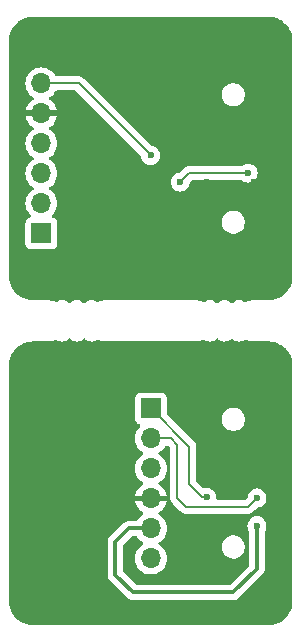
<source format=gbr>
%TF.GenerationSoftware,KiCad,Pcbnew,8.0.3*%
%TF.CreationDate,2024-07-26T09:17:15-04:00*%
%TF.ProjectId,touch_adaptor,746f7563-685f-4616-9461-70746f722e6b,rev?*%
%TF.SameCoordinates,Original*%
%TF.FileFunction,Copper,L2,Bot*%
%TF.FilePolarity,Positive*%
%FSLAX46Y46*%
G04 Gerber Fmt 4.6, Leading zero omitted, Abs format (unit mm)*
G04 Created by KiCad (PCBNEW 8.0.3) date 2024-07-26 09:17:15*
%MOMM*%
%LPD*%
G01*
G04 APERTURE LIST*
%TA.AperFunction,ComponentPad*%
%ADD10R,1.700000X1.700000*%
%TD*%
%TA.AperFunction,ComponentPad*%
%ADD11O,1.700000X1.700000*%
%TD*%
%TA.AperFunction,ViaPad*%
%ADD12C,0.600000*%
%TD*%
%TA.AperFunction,Conductor*%
%ADD13C,0.200000*%
%TD*%
%TA.AperFunction,Conductor*%
%ADD14C,0.300000*%
%TD*%
G04 APERTURE END LIST*
D10*
%TO.P,J5,1,Pin_1*%
%TO.N,unconnected-(J5-Pin_1-Pad1)*%
X103250000Y-66350000D03*
D11*
%TO.P,J5,2,Pin_2*%
%TO.N,SER_SDA*%
X103250000Y-63810000D03*
%TO.P,J5,3,Pin_3*%
%TO.N,SER_SCL*%
X103250000Y-61270000D03*
%TO.P,J5,4,Pin_4*%
%TO.N,SER_GPIO07*%
X103250000Y-58730000D03*
%TO.P,J5,5,Pin_5*%
%TO.N,GND*%
X103250000Y-56190000D03*
%TO.P,J5,6,Pin_6*%
%TO.N,SER_GPIO08*%
X103250000Y-53650000D03*
%TD*%
D10*
%TO.P,J2,1,Pin_1*%
%TO.N,DES_SCL*%
X112525000Y-81175000D03*
D11*
%TO.P,J2,2,Pin_2*%
%TO.N,DES_SDA*%
X112525000Y-83715000D03*
%TO.P,J2,3,Pin_3*%
%TO.N,DES_GPIO07*%
X112525000Y-86255000D03*
%TO.P,J2,4,Pin_4*%
%TO.N,GND*%
X112525000Y-88795000D03*
%TO.P,J2,5,Pin_5*%
%TO.N,DES_3V3*%
X112525000Y-91335000D03*
%TO.P,J2,6,Pin_6*%
%TO.N,DES_GPIO08*%
X112525000Y-93875000D03*
%TD*%
D12*
%TO.N,SER_GPIO08*%
X112500000Y-59750000D03*
%TO.N,SER_SDA*%
X115000000Y-62000000D03*
X120750000Y-61250000D03*
%TO.N,GND*%
X101250000Y-56250000D03*
X105250000Y-56250000D03*
X117250000Y-62000000D03*
X117250000Y-58750000D03*
X121000000Y-58750000D03*
X121250000Y-62000000D03*
X114250000Y-90000000D03*
X109250000Y-87750000D03*
X114250000Y-92500000D03*
X121500000Y-90000000D03*
X121000000Y-86250000D03*
X117500000Y-90500000D03*
X117500000Y-85750000D03*
X104750000Y-87750000D03*
X110500000Y-87750000D03*
%TO.N,DES_SDA*%
X121500000Y-88750000D03*
%TO.N,DES_SCL*%
X117250000Y-88700000D03*
%TO.N,DES_3V3*%
X121500000Y-91100000D03*
%TD*%
D13*
%TO.N,SER_GPIO08*%
X106400000Y-53650000D02*
X103250000Y-53650000D01*
X112500000Y-59750000D02*
X106400000Y-53650000D01*
%TO.N,SER_SDA*%
X115750000Y-61250000D02*
X115000000Y-62000000D01*
X120750000Y-61250000D02*
X115750000Y-61250000D01*
%TO.N,DES_SDA*%
X114750000Y-84250000D02*
X114750000Y-88750000D01*
X115500000Y-89500000D02*
X120750000Y-89500000D01*
X120750000Y-89500000D02*
X121500000Y-88750000D01*
X114215000Y-83715000D02*
X114750000Y-84250000D01*
X114750000Y-88750000D02*
X115500000Y-89500000D01*
X112525000Y-83715000D02*
X114215000Y-83715000D01*
%TO.N,DES_SCL*%
X115750000Y-84400000D02*
X112525000Y-81175000D01*
X115750000Y-87598529D02*
X115750000Y-84400000D01*
X116851471Y-88700000D02*
X115750000Y-87598529D01*
X117250000Y-88700000D02*
X116851471Y-88700000D01*
D14*
%TO.N,DES_3V3*%
X121500000Y-94750000D02*
X119500000Y-96750000D01*
X109500000Y-92500000D02*
X110665000Y-91335000D01*
X121500000Y-91100000D02*
X121500000Y-94750000D01*
X119500000Y-96750000D02*
X111000000Y-96750000D01*
X111000000Y-96750000D02*
X109500000Y-95250000D01*
X110665000Y-91335000D02*
X112525000Y-91335000D01*
X109500000Y-95250000D02*
X109500000Y-92500000D01*
%TD*%
%TA.AperFunction,Conductor*%
%TO.N,GND*%
G36*
X119418336Y-75245545D02*
G01*
X119462683Y-75274046D01*
X119529111Y-75340474D01*
X119529117Y-75340479D01*
X119672304Y-75430450D01*
X119672307Y-75430452D01*
X119672311Y-75430453D01*
X119672312Y-75430454D01*
X119672318Y-75430456D01*
X119831945Y-75486312D01*
X119999999Y-75505247D01*
X120000002Y-75505247D01*
X120000005Y-75505247D01*
X120168058Y-75486312D01*
X120168061Y-75486311D01*
X120327692Y-75430454D01*
X120434417Y-75363393D01*
X120501653Y-75344393D01*
X120551899Y-75355592D01*
X120595302Y-75375414D01*
X120636702Y-75394321D01*
X120636708Y-75394323D01*
X120839788Y-75453951D01*
X120876954Y-75464864D01*
X121124802Y-75500500D01*
X121184108Y-75500500D01*
X122434108Y-75500500D01*
X122495933Y-75500500D01*
X122504043Y-75500765D01*
X122752895Y-75517075D01*
X122768953Y-75519190D01*
X122976105Y-75560395D01*
X123009535Y-75567045D01*
X123025202Y-75571243D01*
X123194947Y-75628863D01*
X123257481Y-75650091D01*
X123272458Y-75656294D01*
X123481799Y-75759529D01*
X123492460Y-75764787D01*
X123506508Y-75772897D01*
X123710464Y-75909177D01*
X123723328Y-75919048D01*
X123907749Y-76080781D01*
X123919218Y-76092250D01*
X124080951Y-76276671D01*
X124090825Y-76289539D01*
X124227102Y-76493492D01*
X124235212Y-76507539D01*
X124343702Y-76727534D01*
X124349909Y-76742520D01*
X124428756Y-76974797D01*
X124432954Y-76990464D01*
X124480807Y-77231035D01*
X124482925Y-77247116D01*
X124499235Y-77495956D01*
X124499500Y-77504066D01*
X124499500Y-97495930D01*
X124499235Y-97504040D01*
X124482925Y-97752883D01*
X124480807Y-97768964D01*
X124432954Y-98009535D01*
X124428756Y-98025202D01*
X124349909Y-98257479D01*
X124343702Y-98272465D01*
X124235212Y-98492460D01*
X124227102Y-98506507D01*
X124090825Y-98710460D01*
X124080951Y-98723328D01*
X123919218Y-98907749D01*
X123907749Y-98919218D01*
X123723328Y-99080951D01*
X123710460Y-99090825D01*
X123506507Y-99227102D01*
X123492460Y-99235212D01*
X123272465Y-99343702D01*
X123257479Y-99349909D01*
X123025202Y-99428756D01*
X123009535Y-99432954D01*
X122768964Y-99480807D01*
X122752883Y-99482925D01*
X122504043Y-99499235D01*
X122495933Y-99499500D01*
X102504067Y-99499500D01*
X102495957Y-99499235D01*
X102247116Y-99482925D01*
X102231035Y-99480807D01*
X101990464Y-99432954D01*
X101974797Y-99428756D01*
X101742520Y-99349909D01*
X101727534Y-99343702D01*
X101507539Y-99235212D01*
X101493492Y-99227102D01*
X101289539Y-99090825D01*
X101276671Y-99080951D01*
X101092250Y-98919218D01*
X101080781Y-98907749D01*
X100919048Y-98723328D01*
X100909174Y-98710460D01*
X100772897Y-98506507D01*
X100764787Y-98492460D01*
X100658855Y-98277652D01*
X100656294Y-98272458D01*
X100650090Y-98257479D01*
X100571243Y-98025202D01*
X100567045Y-98009535D01*
X100559186Y-97970026D01*
X100519190Y-97768953D01*
X100517075Y-97752893D01*
X100500765Y-97504039D01*
X100500500Y-97495930D01*
X100500500Y-92435928D01*
X108849500Y-92435928D01*
X108849500Y-95314070D01*
X108861720Y-95375500D01*
X108861720Y-95375502D01*
X108874497Y-95439736D01*
X108874499Y-95439744D01*
X108923534Y-95558125D01*
X108994726Y-95664673D01*
X110585327Y-97255274D01*
X110662462Y-97306814D01*
X110662463Y-97306814D01*
X110672311Y-97313394D01*
X110691872Y-97326465D01*
X110740908Y-97346776D01*
X110810256Y-97375501D01*
X110810260Y-97375501D01*
X110810261Y-97375502D01*
X110935928Y-97400500D01*
X110935931Y-97400500D01*
X119564071Y-97400500D01*
X119648615Y-97383682D01*
X119689744Y-97375501D01*
X119808127Y-97326465D01*
X119837537Y-97306814D01*
X119914669Y-97255277D01*
X122005276Y-95164669D01*
X122076465Y-95058127D01*
X122125501Y-94939744D01*
X122145928Y-94837051D01*
X122145929Y-94837047D01*
X122150500Y-94814073D01*
X122150500Y-91605067D01*
X122169507Y-91539094D01*
X122225788Y-91449524D01*
X122285368Y-91279254D01*
X122285369Y-91279249D01*
X122305565Y-91100003D01*
X122305565Y-91099996D01*
X122285369Y-90920750D01*
X122285368Y-90920745D01*
X122225788Y-90750476D01*
X122129815Y-90597737D01*
X122002262Y-90470184D01*
X121849523Y-90374211D01*
X121679254Y-90314631D01*
X121679249Y-90314630D01*
X121500004Y-90294435D01*
X121499996Y-90294435D01*
X121320750Y-90314630D01*
X121320745Y-90314631D01*
X121150476Y-90374211D01*
X120997737Y-90470184D01*
X120870184Y-90597737D01*
X120774211Y-90750476D01*
X120714631Y-90920745D01*
X120714630Y-90920750D01*
X120694435Y-91099996D01*
X120694435Y-91100003D01*
X120714630Y-91279249D01*
X120714631Y-91279254D01*
X120774211Y-91449524D01*
X120830493Y-91539094D01*
X120849500Y-91605067D01*
X120849500Y-94429192D01*
X120829815Y-94496231D01*
X120813181Y-94516873D01*
X119266873Y-96063181D01*
X119205550Y-96096666D01*
X119179192Y-96099500D01*
X111320808Y-96099500D01*
X111253769Y-96079815D01*
X111233127Y-96063181D01*
X110186819Y-95016873D01*
X110153334Y-94955550D01*
X110150500Y-94929192D01*
X110150500Y-92820808D01*
X110170185Y-92753769D01*
X110186819Y-92733127D01*
X110898127Y-92021819D01*
X110959450Y-91988334D01*
X110985808Y-91985500D01*
X111267278Y-91985500D01*
X111334317Y-92005185D01*
X111368853Y-92038377D01*
X111486501Y-92206396D01*
X111486506Y-92206402D01*
X111653597Y-92373493D01*
X111653603Y-92373498D01*
X111839158Y-92503425D01*
X111882783Y-92558002D01*
X111889977Y-92627500D01*
X111858454Y-92689855D01*
X111839158Y-92706575D01*
X111653597Y-92836505D01*
X111486505Y-93003597D01*
X111350965Y-93197169D01*
X111350964Y-93197171D01*
X111251098Y-93411335D01*
X111251094Y-93411344D01*
X111189938Y-93639586D01*
X111189936Y-93639596D01*
X111169341Y-93874999D01*
X111169341Y-93875000D01*
X111189936Y-94110403D01*
X111189938Y-94110413D01*
X111251094Y-94338655D01*
X111251096Y-94338659D01*
X111251097Y-94338663D01*
X111334198Y-94516873D01*
X111350965Y-94552830D01*
X111350967Y-94552834D01*
X111459281Y-94707521D01*
X111486505Y-94746401D01*
X111653599Y-94913495D01*
X111713660Y-94955550D01*
X111847165Y-95049032D01*
X111847167Y-95049033D01*
X111847170Y-95049035D01*
X112061337Y-95148903D01*
X112289592Y-95210063D01*
X112477918Y-95226539D01*
X112524999Y-95230659D01*
X112525000Y-95230659D01*
X112525001Y-95230659D01*
X112564234Y-95227226D01*
X112760408Y-95210063D01*
X112988663Y-95148903D01*
X113202830Y-95049035D01*
X113396401Y-94913495D01*
X113563495Y-94746401D01*
X113699035Y-94552830D01*
X113798903Y-94338663D01*
X113860063Y-94110408D01*
X113880659Y-93875000D01*
X113860063Y-93639592D01*
X113798903Y-93411337D01*
X113699035Y-93197171D01*
X113690188Y-93184535D01*
X113563494Y-93003597D01*
X113396402Y-92836506D01*
X113396396Y-92836501D01*
X113349861Y-92803917D01*
X118524500Y-92803917D01*
X118524500Y-92996082D01*
X118561986Y-93184535D01*
X118561989Y-93184547D01*
X118635520Y-93362068D01*
X118635521Y-93362070D01*
X118742279Y-93521844D01*
X118742282Y-93521848D01*
X118878151Y-93657717D01*
X118878155Y-93657720D01*
X119037927Y-93764477D01*
X119037928Y-93764477D01*
X119037929Y-93764478D01*
X119037931Y-93764479D01*
X119215452Y-93838010D01*
X119215457Y-93838012D01*
X119401403Y-93874999D01*
X119403917Y-93875499D01*
X119403920Y-93875500D01*
X119403922Y-93875500D01*
X119596080Y-93875500D01*
X119596081Y-93875499D01*
X119784543Y-93838012D01*
X119962073Y-93764477D01*
X120121845Y-93657720D01*
X120257720Y-93521845D01*
X120364477Y-93362073D01*
X120438012Y-93184543D01*
X120475500Y-92996078D01*
X120475500Y-92803922D01*
X120475500Y-92803919D01*
X120475499Y-92803917D01*
X120456136Y-92706575D01*
X120438012Y-92615457D01*
X120424361Y-92582500D01*
X120364479Y-92437931D01*
X120364478Y-92437929D01*
X120321426Y-92373498D01*
X120257720Y-92278155D01*
X120257717Y-92278151D01*
X120121848Y-92142282D01*
X120121844Y-92142279D01*
X119962070Y-92035521D01*
X119962068Y-92035520D01*
X119784547Y-91961989D01*
X119784535Y-91961986D01*
X119596081Y-91924500D01*
X119596078Y-91924500D01*
X119403922Y-91924500D01*
X119403919Y-91924500D01*
X119215464Y-91961986D01*
X119215452Y-91961989D01*
X119037931Y-92035520D01*
X119037929Y-92035521D01*
X118878155Y-92142279D01*
X118878151Y-92142282D01*
X118742282Y-92278151D01*
X118742279Y-92278155D01*
X118635521Y-92437929D01*
X118635520Y-92437931D01*
X118561989Y-92615452D01*
X118561986Y-92615464D01*
X118524500Y-92803917D01*
X113349861Y-92803917D01*
X113210842Y-92706575D01*
X113167217Y-92651998D01*
X113160023Y-92582500D01*
X113191546Y-92520145D01*
X113210842Y-92503425D01*
X113304377Y-92437931D01*
X113396401Y-92373495D01*
X113563495Y-92206401D01*
X113699035Y-92012830D01*
X113798903Y-91798663D01*
X113860063Y-91570408D01*
X113880659Y-91335000D01*
X113860063Y-91099592D01*
X113798903Y-90871337D01*
X113699035Y-90657171D01*
X113681147Y-90631623D01*
X113563494Y-90463597D01*
X113396402Y-90296506D01*
X113396401Y-90296505D01*
X113210405Y-90166269D01*
X113166781Y-90111692D01*
X113159588Y-90042193D01*
X113191110Y-89979839D01*
X113210405Y-89963119D01*
X113396082Y-89833105D01*
X113563105Y-89666082D01*
X113698600Y-89472578D01*
X113798429Y-89258492D01*
X113798432Y-89258486D01*
X113855636Y-89045000D01*
X112958012Y-89045000D01*
X112990925Y-88987993D01*
X113025000Y-88860826D01*
X113025000Y-88729174D01*
X112990925Y-88602007D01*
X112958012Y-88545000D01*
X113855636Y-88545000D01*
X113855635Y-88544999D01*
X113798432Y-88331513D01*
X113798429Y-88331507D01*
X113698600Y-88117422D01*
X113698599Y-88117420D01*
X113563113Y-87923926D01*
X113563108Y-87923920D01*
X113396078Y-87756890D01*
X113210405Y-87626879D01*
X113166780Y-87572302D01*
X113159588Y-87502804D01*
X113191110Y-87440449D01*
X113210406Y-87423730D01*
X113396401Y-87293495D01*
X113563495Y-87126401D01*
X113699035Y-86932830D01*
X113798903Y-86718663D01*
X113860063Y-86490408D01*
X113880659Y-86255000D01*
X113860063Y-86019592D01*
X113798903Y-85791337D01*
X113699035Y-85577171D01*
X113563495Y-85383599D01*
X113563494Y-85383597D01*
X113396402Y-85216506D01*
X113396396Y-85216501D01*
X113210842Y-85086575D01*
X113167217Y-85031998D01*
X113160023Y-84962500D01*
X113191546Y-84900145D01*
X113210842Y-84883425D01*
X113233026Y-84867891D01*
X113396401Y-84753495D01*
X113563495Y-84586401D01*
X113699035Y-84392830D01*
X113701707Y-84387097D01*
X113747878Y-84334658D01*
X113814091Y-84315500D01*
X113914903Y-84315500D01*
X113981942Y-84335185D01*
X114002584Y-84351819D01*
X114113181Y-84462416D01*
X114146666Y-84523739D01*
X114149500Y-84550097D01*
X114149500Y-88663330D01*
X114149499Y-88663348D01*
X114149499Y-88829054D01*
X114149498Y-88829054D01*
X114190423Y-88981785D01*
X114219358Y-89031900D01*
X114219359Y-89031904D01*
X114219360Y-89031904D01*
X114269479Y-89118714D01*
X114269481Y-89118717D01*
X114388349Y-89237585D01*
X114388355Y-89237590D01*
X115015139Y-89864374D01*
X115015149Y-89864385D01*
X115019479Y-89868715D01*
X115019480Y-89868716D01*
X115131284Y-89980520D01*
X115218095Y-90030639D01*
X115218097Y-90030641D01*
X115238106Y-90042193D01*
X115268215Y-90059577D01*
X115420943Y-90100500D01*
X115579057Y-90100500D01*
X120663331Y-90100500D01*
X120663347Y-90100501D01*
X120670943Y-90100501D01*
X120829054Y-90100501D01*
X120829057Y-90100501D01*
X120981785Y-90059577D01*
X121031904Y-90030639D01*
X121118716Y-89980520D01*
X121230520Y-89868716D01*
X121230520Y-89868714D01*
X121240728Y-89858507D01*
X121240730Y-89858504D01*
X121518535Y-89580698D01*
X121579856Y-89547215D01*
X121592311Y-89545163D01*
X121679255Y-89535368D01*
X121849522Y-89475789D01*
X122002262Y-89379816D01*
X122129816Y-89252262D01*
X122225789Y-89099522D01*
X122285368Y-88929255D01*
X122289040Y-88896666D01*
X122305565Y-88750003D01*
X122305565Y-88749996D01*
X122285369Y-88570750D01*
X122285368Y-88570745D01*
X122256412Y-88487993D01*
X122225789Y-88400478D01*
X122129816Y-88247738D01*
X122002262Y-88120184D01*
X121936798Y-88079050D01*
X121849523Y-88024211D01*
X121679254Y-87964631D01*
X121679249Y-87964630D01*
X121500004Y-87944435D01*
X121499996Y-87944435D01*
X121320750Y-87964630D01*
X121320745Y-87964631D01*
X121150476Y-88024211D01*
X120997737Y-88120184D01*
X120870184Y-88247737D01*
X120774210Y-88400478D01*
X120714630Y-88570750D01*
X120704837Y-88657668D01*
X120677770Y-88722082D01*
X120669299Y-88731465D01*
X120537582Y-88863182D01*
X120476262Y-88896666D01*
X120449903Y-88899500D01*
X118171843Y-88899500D01*
X118104804Y-88879815D01*
X118059049Y-88827011D01*
X118048623Y-88761617D01*
X118055565Y-88700003D01*
X118055565Y-88699996D01*
X118035369Y-88520750D01*
X118035368Y-88520745D01*
X117975788Y-88350476D01*
X117936582Y-88288080D01*
X117879816Y-88197738D01*
X117752262Y-88070184D01*
X117717378Y-88048265D01*
X117599523Y-87974211D01*
X117429254Y-87914631D01*
X117429249Y-87914630D01*
X117250004Y-87894435D01*
X117249996Y-87894435D01*
X117070746Y-87914631D01*
X117070745Y-87914631D01*
X117029161Y-87929182D01*
X116959383Y-87932743D01*
X116900527Y-87899821D01*
X116386819Y-87386113D01*
X116353334Y-87324790D01*
X116350500Y-87298432D01*
X116350500Y-84489060D01*
X116350501Y-84489047D01*
X116350501Y-84320944D01*
X116350501Y-84320943D01*
X116309577Y-84168216D01*
X116309573Y-84168209D01*
X116230524Y-84031290D01*
X116230518Y-84031282D01*
X114203153Y-82003917D01*
X118524500Y-82003917D01*
X118524500Y-82196082D01*
X118561986Y-82384535D01*
X118561989Y-82384547D01*
X118635520Y-82562068D01*
X118635521Y-82562070D01*
X118742279Y-82721844D01*
X118742282Y-82721848D01*
X118878151Y-82857717D01*
X118878155Y-82857720D01*
X119037927Y-82964477D01*
X119037928Y-82964477D01*
X119037929Y-82964478D01*
X119037931Y-82964479D01*
X119215452Y-83038010D01*
X119215457Y-83038012D01*
X119403917Y-83075499D01*
X119403920Y-83075500D01*
X119403922Y-83075500D01*
X119596080Y-83075500D01*
X119596081Y-83075499D01*
X119784543Y-83038012D01*
X119962073Y-82964477D01*
X120121845Y-82857720D01*
X120257720Y-82721845D01*
X120364477Y-82562073D01*
X120438012Y-82384543D01*
X120475500Y-82196078D01*
X120475500Y-82003922D01*
X120475500Y-82003919D01*
X120475499Y-82003917D01*
X120438013Y-81815464D01*
X120438012Y-81815457D01*
X120380357Y-81676264D01*
X120364479Y-81637931D01*
X120364478Y-81637929D01*
X120257720Y-81478155D01*
X120257717Y-81478151D01*
X120121848Y-81342282D01*
X120121844Y-81342279D01*
X119962070Y-81235521D01*
X119962068Y-81235520D01*
X119784547Y-81161989D01*
X119784535Y-81161986D01*
X119596081Y-81124500D01*
X119596078Y-81124500D01*
X119403922Y-81124500D01*
X119403919Y-81124500D01*
X119215464Y-81161986D01*
X119215452Y-81161989D01*
X119037931Y-81235520D01*
X119037929Y-81235521D01*
X118878155Y-81342279D01*
X118878151Y-81342282D01*
X118742282Y-81478151D01*
X118742279Y-81478155D01*
X118635521Y-81637929D01*
X118635520Y-81637931D01*
X118561989Y-81815452D01*
X118561986Y-81815464D01*
X118524500Y-82003917D01*
X114203153Y-82003917D01*
X113911818Y-81712582D01*
X113878333Y-81651259D01*
X113875499Y-81624901D01*
X113875499Y-80277129D01*
X113875498Y-80277123D01*
X113875497Y-80277116D01*
X113869091Y-80217517D01*
X113818796Y-80082669D01*
X113818795Y-80082668D01*
X113818793Y-80082664D01*
X113732547Y-79967455D01*
X113732544Y-79967452D01*
X113617335Y-79881206D01*
X113617328Y-79881202D01*
X113482482Y-79830908D01*
X113482483Y-79830908D01*
X113422883Y-79824501D01*
X113422881Y-79824500D01*
X113422873Y-79824500D01*
X113422864Y-79824500D01*
X111627129Y-79824500D01*
X111627123Y-79824501D01*
X111567516Y-79830908D01*
X111432671Y-79881202D01*
X111432664Y-79881206D01*
X111317455Y-79967452D01*
X111317452Y-79967455D01*
X111231206Y-80082664D01*
X111231202Y-80082671D01*
X111180908Y-80217517D01*
X111174501Y-80277116D01*
X111174501Y-80277123D01*
X111174500Y-80277135D01*
X111174500Y-82072870D01*
X111174501Y-82072876D01*
X111180908Y-82132483D01*
X111231202Y-82267328D01*
X111231206Y-82267335D01*
X111317452Y-82382544D01*
X111317455Y-82382547D01*
X111432664Y-82468793D01*
X111432671Y-82468797D01*
X111564081Y-82517810D01*
X111620015Y-82559681D01*
X111644432Y-82625145D01*
X111629580Y-82693418D01*
X111608430Y-82721673D01*
X111486503Y-82843600D01*
X111350965Y-83037169D01*
X111350964Y-83037171D01*
X111251098Y-83251335D01*
X111251094Y-83251344D01*
X111189938Y-83479586D01*
X111189936Y-83479596D01*
X111169341Y-83714999D01*
X111169341Y-83715000D01*
X111189936Y-83950403D01*
X111189938Y-83950413D01*
X111251094Y-84178655D01*
X111251096Y-84178659D01*
X111251097Y-84178663D01*
X111317444Y-84320944D01*
X111350965Y-84392830D01*
X111350967Y-84392834D01*
X111486501Y-84586395D01*
X111486506Y-84586402D01*
X111653597Y-84753493D01*
X111653603Y-84753498D01*
X111839158Y-84883425D01*
X111882783Y-84938002D01*
X111889977Y-85007500D01*
X111858454Y-85069855D01*
X111839158Y-85086575D01*
X111653597Y-85216505D01*
X111486505Y-85383597D01*
X111350965Y-85577169D01*
X111350964Y-85577171D01*
X111251098Y-85791335D01*
X111251094Y-85791344D01*
X111189938Y-86019586D01*
X111189936Y-86019596D01*
X111169341Y-86254999D01*
X111169341Y-86255000D01*
X111189936Y-86490403D01*
X111189938Y-86490413D01*
X111251094Y-86718655D01*
X111251096Y-86718659D01*
X111251097Y-86718663D01*
X111350965Y-86932830D01*
X111350967Y-86932834D01*
X111486501Y-87126395D01*
X111486506Y-87126402D01*
X111653597Y-87293493D01*
X111653603Y-87293498D01*
X111839594Y-87423730D01*
X111883219Y-87478307D01*
X111890413Y-87547805D01*
X111858890Y-87610160D01*
X111839595Y-87626880D01*
X111653922Y-87756890D01*
X111653920Y-87756891D01*
X111486891Y-87923920D01*
X111486886Y-87923926D01*
X111351400Y-88117420D01*
X111351399Y-88117422D01*
X111251570Y-88331507D01*
X111251567Y-88331513D01*
X111194364Y-88544999D01*
X111194364Y-88545000D01*
X112091988Y-88545000D01*
X112059075Y-88602007D01*
X112025000Y-88729174D01*
X112025000Y-88860826D01*
X112059075Y-88987993D01*
X112091988Y-89045000D01*
X111194364Y-89045000D01*
X111251567Y-89258486D01*
X111251570Y-89258492D01*
X111351399Y-89472578D01*
X111486894Y-89666082D01*
X111653917Y-89833105D01*
X111839595Y-89963119D01*
X111883219Y-90017696D01*
X111890412Y-90087195D01*
X111858890Y-90149549D01*
X111839595Y-90166269D01*
X111653594Y-90296508D01*
X111486506Y-90463596D01*
X111368854Y-90631623D01*
X111314277Y-90675248D01*
X111267279Y-90684500D01*
X110600929Y-90684500D01*
X110475261Y-90709497D01*
X110475255Y-90709499D01*
X110376324Y-90750478D01*
X110356874Y-90758534D01*
X110250326Y-90829726D01*
X108994726Y-92085326D01*
X108923534Y-92191874D01*
X108874499Y-92310255D01*
X108874497Y-92310261D01*
X108849500Y-92435928D01*
X100500500Y-92435928D01*
X100500500Y-77504066D01*
X100500765Y-77495956D01*
X100504819Y-77434108D01*
X100517075Y-77247102D01*
X100519190Y-77231048D01*
X100567045Y-76990462D01*
X100571243Y-76974797D01*
X100594337Y-76906762D01*
X100650093Y-76742512D01*
X100656291Y-76727547D01*
X100764790Y-76507533D01*
X100772893Y-76493498D01*
X100909182Y-76289527D01*
X100919039Y-76276681D01*
X101080786Y-76092244D01*
X101092244Y-76080786D01*
X101276681Y-75919039D01*
X101289527Y-75909182D01*
X101493498Y-75772893D01*
X101507533Y-75764790D01*
X101727547Y-75656291D01*
X101742512Y-75650093D01*
X101906762Y-75594337D01*
X101974797Y-75571243D01*
X101990464Y-75567045D01*
X102231048Y-75519190D01*
X102247102Y-75517075D01*
X102495957Y-75500765D01*
X102504067Y-75500500D01*
X102565892Y-75500500D01*
X103675456Y-75500500D01*
X103675484Y-75500502D01*
X103684111Y-75500502D01*
X103750002Y-75500502D01*
X103750003Y-75500502D01*
X103875201Y-75500501D01*
X104074147Y-75471896D01*
X104123043Y-75464867D01*
X104123044Y-75464866D01*
X104123048Y-75464866D01*
X104363302Y-75394321D01*
X104363305Y-75394319D01*
X104363307Y-75394319D01*
X104389965Y-75382143D01*
X104448098Y-75355594D01*
X104517256Y-75345650D01*
X104565583Y-75363394D01*
X104672304Y-75430452D01*
X104672307Y-75430454D01*
X104672305Y-75430454D01*
X104672309Y-75430455D01*
X104672310Y-75430456D01*
X104744913Y-75455860D01*
X104831943Y-75486314D01*
X104999997Y-75505249D01*
X105000000Y-75505249D01*
X105000003Y-75505249D01*
X105168056Y-75486314D01*
X105168065Y-75486311D01*
X105327690Y-75430456D01*
X105327692Y-75430454D01*
X105327694Y-75430454D01*
X105327697Y-75430452D01*
X105470884Y-75340481D01*
X105470885Y-75340480D01*
X105470890Y-75340477D01*
X105537319Y-75274048D01*
X105598642Y-75240563D01*
X105668334Y-75245547D01*
X105712681Y-75274048D01*
X105779109Y-75340476D01*
X105779115Y-75340481D01*
X105922302Y-75430452D01*
X105922305Y-75430454D01*
X105922309Y-75430455D01*
X105922310Y-75430456D01*
X105994913Y-75455860D01*
X106081943Y-75486314D01*
X106249997Y-75505249D01*
X106250000Y-75505249D01*
X106250003Y-75505249D01*
X106418056Y-75486314D01*
X106418065Y-75486311D01*
X106577690Y-75430456D01*
X106577692Y-75430454D01*
X106577694Y-75430454D01*
X106577697Y-75430452D01*
X106720884Y-75340481D01*
X106720885Y-75340480D01*
X106720890Y-75340477D01*
X106787319Y-75274048D01*
X106848642Y-75240563D01*
X106918334Y-75245547D01*
X106962681Y-75274048D01*
X107029109Y-75340476D01*
X107029115Y-75340481D01*
X107172302Y-75430452D01*
X107172305Y-75430454D01*
X107172309Y-75430455D01*
X107172310Y-75430456D01*
X107244913Y-75455860D01*
X107331943Y-75486314D01*
X107499997Y-75505249D01*
X107500000Y-75505249D01*
X107500003Y-75505249D01*
X107668056Y-75486314D01*
X107668065Y-75486311D01*
X107827690Y-75430456D01*
X107934417Y-75363394D01*
X108001651Y-75344394D01*
X108051896Y-75355593D01*
X108136698Y-75394321D01*
X108376952Y-75464866D01*
X108376953Y-75464866D01*
X108376956Y-75464867D01*
X108444086Y-75474518D01*
X108624799Y-75500501D01*
X108624802Y-75500501D01*
X108684104Y-75500501D01*
X108684106Y-75500502D01*
X108747903Y-75500501D01*
X108749997Y-75500502D01*
X108750025Y-75500502D01*
X108867245Y-75500502D01*
X108867248Y-75500500D01*
X116198640Y-75500500D01*
X116198653Y-75500503D01*
X116250006Y-75500503D01*
X116250006Y-75500504D01*
X116375204Y-75500503D01*
X116596481Y-75468687D01*
X116623046Y-75464868D01*
X116623047Y-75464867D01*
X116623052Y-75464867D01*
X116863305Y-75394322D01*
X116948103Y-75355594D01*
X117017261Y-75345650D01*
X117065588Y-75363394D01*
X117114807Y-75394321D01*
X117172309Y-75430452D01*
X117172307Y-75430452D01*
X117172311Y-75430453D01*
X117172312Y-75430454D01*
X117172318Y-75430456D01*
X117331945Y-75486312D01*
X117499999Y-75505247D01*
X117500002Y-75505247D01*
X117500005Y-75505247D01*
X117668058Y-75486312D01*
X117668061Y-75486311D01*
X117827692Y-75430454D01*
X117827694Y-75430452D01*
X117827696Y-75430452D01*
X117827699Y-75430450D01*
X117970886Y-75340479D01*
X117970887Y-75340478D01*
X117970892Y-75340475D01*
X118037321Y-75274046D01*
X118098644Y-75240561D01*
X118168336Y-75245545D01*
X118212683Y-75274046D01*
X118279111Y-75340474D01*
X118279117Y-75340479D01*
X118422304Y-75430450D01*
X118422307Y-75430452D01*
X118422311Y-75430453D01*
X118422312Y-75430454D01*
X118422318Y-75430456D01*
X118581945Y-75486312D01*
X118749999Y-75505247D01*
X118750002Y-75505247D01*
X118750005Y-75505247D01*
X118918058Y-75486312D01*
X118918061Y-75486311D01*
X119077692Y-75430454D01*
X119077694Y-75430452D01*
X119077696Y-75430452D01*
X119077699Y-75430450D01*
X119220886Y-75340479D01*
X119220887Y-75340478D01*
X119220892Y-75340475D01*
X119287321Y-75274046D01*
X119348644Y-75240561D01*
X119418336Y-75245545D01*
G37*
%TD.AperFunction*%
%TA.AperFunction,Conductor*%
G36*
X122504043Y-48000765D02*
G01*
X122752895Y-48017075D01*
X122768953Y-48019190D01*
X122976105Y-48060395D01*
X123009535Y-48067045D01*
X123025202Y-48071243D01*
X123194947Y-48128863D01*
X123257481Y-48150091D01*
X123272458Y-48156294D01*
X123481799Y-48259529D01*
X123492460Y-48264787D01*
X123506508Y-48272897D01*
X123710464Y-48409177D01*
X123723328Y-48419048D01*
X123907749Y-48580781D01*
X123919218Y-48592250D01*
X124080951Y-48776671D01*
X124090825Y-48789539D01*
X124227102Y-48993492D01*
X124235212Y-49007539D01*
X124343702Y-49227534D01*
X124349909Y-49242520D01*
X124428756Y-49474797D01*
X124432954Y-49490464D01*
X124480807Y-49731035D01*
X124482925Y-49747116D01*
X124499235Y-49995956D01*
X124499500Y-50004066D01*
X124499500Y-69995933D01*
X124499235Y-70004043D01*
X124482925Y-70252883D01*
X124480807Y-70268964D01*
X124432954Y-70509535D01*
X124428756Y-70525202D01*
X124349909Y-70757479D01*
X124343702Y-70772465D01*
X124235212Y-70992460D01*
X124227102Y-71006507D01*
X124090825Y-71210460D01*
X124080951Y-71223328D01*
X123919218Y-71407749D01*
X123907749Y-71419218D01*
X123723328Y-71580951D01*
X123710460Y-71590825D01*
X123506507Y-71727102D01*
X123492460Y-71735212D01*
X123272465Y-71843702D01*
X123257479Y-71849909D01*
X123025202Y-71928756D01*
X123009535Y-71932954D01*
X122768964Y-71980807D01*
X122752883Y-71982925D01*
X122504043Y-71999235D01*
X122495933Y-71999500D01*
X121324550Y-71999500D01*
X121324522Y-71999498D01*
X121315895Y-71999498D01*
X121250003Y-71999498D01*
X121198658Y-71999498D01*
X121198639Y-71999500D01*
X121175481Y-71999500D01*
X121175453Y-71999502D01*
X121124805Y-71999502D01*
X121099797Y-72003097D01*
X120876962Y-72035135D01*
X120876948Y-72035139D01*
X120636715Y-72105676D01*
X120551903Y-72144407D01*
X120482744Y-72154348D01*
X120434422Y-72136605D01*
X120327694Y-72069543D01*
X120327693Y-72069542D01*
X120327692Y-72069542D01*
X120289372Y-72056133D01*
X120168058Y-72013683D01*
X120000005Y-71994749D01*
X119999999Y-71994749D01*
X119831945Y-72013683D01*
X119672307Y-72069543D01*
X119672304Y-72069545D01*
X119529117Y-72159516D01*
X119529111Y-72159521D01*
X119462683Y-72225950D01*
X119401360Y-72259435D01*
X119331668Y-72254451D01*
X119287321Y-72225950D01*
X119220892Y-72159521D01*
X119220886Y-72159516D01*
X119077699Y-72069545D01*
X119077696Y-72069543D01*
X118918058Y-72013683D01*
X118750005Y-71994749D01*
X118749999Y-71994749D01*
X118581945Y-72013683D01*
X118422307Y-72069543D01*
X118422304Y-72069545D01*
X118279117Y-72159516D01*
X118279111Y-72159521D01*
X118212683Y-72225950D01*
X118151360Y-72259435D01*
X118081668Y-72254451D01*
X118037321Y-72225950D01*
X117970892Y-72159521D01*
X117970886Y-72159516D01*
X117827699Y-72069545D01*
X117827696Y-72069543D01*
X117668058Y-72013683D01*
X117500005Y-71994749D01*
X117499999Y-71994749D01*
X117331945Y-72013683D01*
X117172309Y-72069543D01*
X117065585Y-72136603D01*
X116998348Y-72155603D01*
X116948103Y-72144404D01*
X116863304Y-72105678D01*
X116740237Y-72069542D01*
X116623056Y-72035134D01*
X116623045Y-72035131D01*
X116403019Y-72003496D01*
X116375204Y-71999497D01*
X116375202Y-71999496D01*
X116375201Y-71999496D01*
X116250006Y-71999496D01*
X116184113Y-71999496D01*
X116176054Y-71999496D01*
X116175992Y-71999500D01*
X108815892Y-71999500D01*
X108750000Y-71999500D01*
X108624802Y-71999500D01*
X108589167Y-72004623D01*
X108376955Y-72035135D01*
X108376951Y-72035136D01*
X108136708Y-72105676D01*
X108136702Y-72105678D01*
X108051899Y-72144406D01*
X107982740Y-72154349D01*
X107934417Y-72136605D01*
X107827692Y-72069545D01*
X107827691Y-72069544D01*
X107827690Y-72069544D01*
X107789370Y-72056135D01*
X107668056Y-72013685D01*
X107500003Y-71994751D01*
X107499997Y-71994751D01*
X107331943Y-72013685D01*
X107172305Y-72069545D01*
X107172302Y-72069547D01*
X107029115Y-72159518D01*
X107029109Y-72159523D01*
X106962681Y-72225952D01*
X106901358Y-72259437D01*
X106831666Y-72254453D01*
X106787319Y-72225952D01*
X106720890Y-72159523D01*
X106720884Y-72159518D01*
X106577697Y-72069547D01*
X106577694Y-72069545D01*
X106418056Y-72013685D01*
X106250003Y-71994751D01*
X106249997Y-71994751D01*
X106081943Y-72013685D01*
X105922305Y-72069545D01*
X105922302Y-72069547D01*
X105779115Y-72159518D01*
X105779109Y-72159523D01*
X105712681Y-72225952D01*
X105651358Y-72259437D01*
X105581666Y-72254453D01*
X105537319Y-72225952D01*
X105470890Y-72159523D01*
X105470884Y-72159518D01*
X105327697Y-72069547D01*
X105327694Y-72069545D01*
X105168056Y-72013685D01*
X105000003Y-71994751D01*
X104999997Y-71994751D01*
X104831943Y-72013685D01*
X104672307Y-72069545D01*
X104565583Y-72136605D01*
X104498346Y-72155605D01*
X104448100Y-72144405D01*
X104363302Y-72105679D01*
X104240231Y-72069542D01*
X104123053Y-72035135D01*
X104123043Y-72035132D01*
X103900208Y-72003094D01*
X103875201Y-71999499D01*
X103875199Y-71999498D01*
X103750003Y-71999498D01*
X103684111Y-71999498D01*
X103675484Y-71999498D01*
X103675456Y-71999500D01*
X102504067Y-71999500D01*
X102495957Y-71999235D01*
X102247116Y-71982925D01*
X102231035Y-71980807D01*
X101990464Y-71932954D01*
X101974797Y-71928756D01*
X101742520Y-71849909D01*
X101727534Y-71843702D01*
X101507539Y-71735212D01*
X101493492Y-71727102D01*
X101289539Y-71590825D01*
X101276671Y-71580951D01*
X101092250Y-71419218D01*
X101080781Y-71407749D01*
X100919048Y-71223328D01*
X100909174Y-71210460D01*
X100772897Y-71006507D01*
X100764787Y-70992460D01*
X100658855Y-70777652D01*
X100656294Y-70772458D01*
X100650090Y-70757479D01*
X100571243Y-70525202D01*
X100567045Y-70509535D01*
X100559186Y-70470026D01*
X100519190Y-70268953D01*
X100517075Y-70252895D01*
X100500765Y-70004043D01*
X100500500Y-69995933D01*
X100500500Y-53649999D01*
X101894341Y-53649999D01*
X101894341Y-53650000D01*
X101914936Y-53885403D01*
X101914938Y-53885413D01*
X101976094Y-54113655D01*
X101976096Y-54113659D01*
X101976097Y-54113663D01*
X102048839Y-54269658D01*
X102075965Y-54327830D01*
X102075967Y-54327834D01*
X102211501Y-54521395D01*
X102211506Y-54521402D01*
X102378597Y-54688493D01*
X102378603Y-54688498D01*
X102564594Y-54818730D01*
X102608219Y-54873307D01*
X102615413Y-54942805D01*
X102583890Y-55005160D01*
X102564595Y-55021880D01*
X102378922Y-55151890D01*
X102378920Y-55151891D01*
X102211891Y-55318920D01*
X102211886Y-55318926D01*
X102076400Y-55512420D01*
X102076399Y-55512422D01*
X101976570Y-55726507D01*
X101976567Y-55726513D01*
X101919364Y-55939999D01*
X101919364Y-55940000D01*
X102816988Y-55940000D01*
X102784075Y-55997007D01*
X102750000Y-56124174D01*
X102750000Y-56255826D01*
X102784075Y-56382993D01*
X102816988Y-56440000D01*
X101919364Y-56440000D01*
X101976567Y-56653486D01*
X101976570Y-56653492D01*
X102076399Y-56867578D01*
X102211894Y-57061082D01*
X102378917Y-57228105D01*
X102564595Y-57358119D01*
X102608219Y-57412696D01*
X102615412Y-57482195D01*
X102583890Y-57544549D01*
X102564595Y-57561269D01*
X102378594Y-57691508D01*
X102211505Y-57858597D01*
X102075965Y-58052169D01*
X102075964Y-58052171D01*
X101976098Y-58266335D01*
X101976094Y-58266344D01*
X101914938Y-58494586D01*
X101914936Y-58494596D01*
X101894341Y-58729999D01*
X101894341Y-58730000D01*
X101914936Y-58965403D01*
X101914938Y-58965411D01*
X101976094Y-59193655D01*
X101976096Y-59193659D01*
X101976097Y-59193663D01*
X102001313Y-59247738D01*
X102075965Y-59407830D01*
X102075967Y-59407834D01*
X102211501Y-59601395D01*
X102211506Y-59601402D01*
X102378597Y-59768493D01*
X102378603Y-59768498D01*
X102564158Y-59898425D01*
X102607783Y-59953002D01*
X102614977Y-60022500D01*
X102583454Y-60084855D01*
X102564158Y-60101575D01*
X102378597Y-60231505D01*
X102211505Y-60398597D01*
X102075965Y-60592169D01*
X102075964Y-60592171D01*
X101976098Y-60806335D01*
X101976094Y-60806344D01*
X101914938Y-61034586D01*
X101914936Y-61034596D01*
X101894341Y-61269999D01*
X101894341Y-61270000D01*
X101914936Y-61505403D01*
X101914938Y-61505413D01*
X101976094Y-61733655D01*
X101976096Y-61733659D01*
X101976097Y-61733663D01*
X102047515Y-61886818D01*
X102075965Y-61947830D01*
X102075967Y-61947834D01*
X102211501Y-62141395D01*
X102211506Y-62141402D01*
X102378597Y-62308493D01*
X102378603Y-62308498D01*
X102564158Y-62438425D01*
X102607783Y-62493002D01*
X102614977Y-62562500D01*
X102583454Y-62624855D01*
X102564158Y-62641575D01*
X102378597Y-62771505D01*
X102211505Y-62938597D01*
X102075965Y-63132169D01*
X102075964Y-63132171D01*
X101976098Y-63346335D01*
X101976094Y-63346344D01*
X101914938Y-63574586D01*
X101914936Y-63574596D01*
X101894341Y-63809999D01*
X101894341Y-63810000D01*
X101914936Y-64045403D01*
X101914938Y-64045413D01*
X101976094Y-64273655D01*
X101976096Y-64273659D01*
X101976097Y-64273663D01*
X102046434Y-64424500D01*
X102075965Y-64487830D01*
X102075967Y-64487834D01*
X102184111Y-64642279D01*
X102211501Y-64681396D01*
X102211506Y-64681402D01*
X102333430Y-64803326D01*
X102366915Y-64864649D01*
X102361931Y-64934341D01*
X102320059Y-64990274D01*
X102289083Y-65007189D01*
X102157669Y-65056203D01*
X102157664Y-65056206D01*
X102042455Y-65142452D01*
X102042452Y-65142455D01*
X101956206Y-65257664D01*
X101956202Y-65257671D01*
X101905908Y-65392517D01*
X101899501Y-65452116D01*
X101899501Y-65452123D01*
X101899500Y-65452135D01*
X101899500Y-67247870D01*
X101899501Y-67247876D01*
X101905908Y-67307483D01*
X101956202Y-67442328D01*
X101956206Y-67442335D01*
X102042452Y-67557544D01*
X102042455Y-67557547D01*
X102157664Y-67643793D01*
X102157671Y-67643797D01*
X102292517Y-67694091D01*
X102292516Y-67694091D01*
X102299444Y-67694835D01*
X102352127Y-67700500D01*
X104147872Y-67700499D01*
X104207483Y-67694091D01*
X104342331Y-67643796D01*
X104457546Y-67557546D01*
X104543796Y-67442331D01*
X104594091Y-67307483D01*
X104600500Y-67247873D01*
X104600499Y-65452128D01*
X104594091Y-65392517D01*
X104561047Y-65303922D01*
X104561045Y-65303917D01*
X118524500Y-65303917D01*
X118524500Y-65496082D01*
X118561986Y-65684535D01*
X118561989Y-65684547D01*
X118635520Y-65862068D01*
X118635521Y-65862070D01*
X118742279Y-66021844D01*
X118742282Y-66021848D01*
X118878151Y-66157717D01*
X118878155Y-66157720D01*
X119037927Y-66264477D01*
X119037928Y-66264477D01*
X119037929Y-66264478D01*
X119037931Y-66264479D01*
X119215452Y-66338010D01*
X119215457Y-66338012D01*
X119403917Y-66375499D01*
X119403920Y-66375500D01*
X119403922Y-66375500D01*
X119596080Y-66375500D01*
X119596081Y-66375499D01*
X119784543Y-66338012D01*
X119962073Y-66264477D01*
X120121845Y-66157720D01*
X120257720Y-66021845D01*
X120364477Y-65862073D01*
X120438012Y-65684543D01*
X120475500Y-65496078D01*
X120475500Y-65303922D01*
X120475500Y-65303919D01*
X120475499Y-65303917D01*
X120443382Y-65142454D01*
X120438012Y-65115457D01*
X120389982Y-64999501D01*
X120364479Y-64937931D01*
X120364478Y-64937929D01*
X120339036Y-64899853D01*
X120257720Y-64778155D01*
X120257717Y-64778151D01*
X120121848Y-64642282D01*
X120121844Y-64642279D01*
X119962070Y-64535521D01*
X119962068Y-64535520D01*
X119784547Y-64461989D01*
X119784535Y-64461986D01*
X119596081Y-64424500D01*
X119596078Y-64424500D01*
X119403922Y-64424500D01*
X119403919Y-64424500D01*
X119215464Y-64461986D01*
X119215452Y-64461989D01*
X119037931Y-64535520D01*
X119037929Y-64535521D01*
X118878155Y-64642279D01*
X118878151Y-64642282D01*
X118742282Y-64778151D01*
X118742279Y-64778155D01*
X118635521Y-64937929D01*
X118635520Y-64937931D01*
X118561989Y-65115452D01*
X118561986Y-65115464D01*
X118524500Y-65303917D01*
X104561045Y-65303917D01*
X104543797Y-65257671D01*
X104543793Y-65257664D01*
X104457547Y-65142455D01*
X104457544Y-65142452D01*
X104342335Y-65056206D01*
X104342328Y-65056202D01*
X104210917Y-65007189D01*
X104154983Y-64965318D01*
X104130566Y-64899853D01*
X104145418Y-64831580D01*
X104166563Y-64803332D01*
X104288495Y-64681401D01*
X104424035Y-64487830D01*
X104523903Y-64273663D01*
X104585063Y-64045408D01*
X104605659Y-63810000D01*
X104585063Y-63574592D01*
X104523903Y-63346337D01*
X104424035Y-63132171D01*
X104288495Y-62938599D01*
X104288494Y-62938597D01*
X104121402Y-62771506D01*
X104121396Y-62771501D01*
X103935842Y-62641575D01*
X103892217Y-62586998D01*
X103885023Y-62517500D01*
X103916546Y-62455145D01*
X103935842Y-62438425D01*
X104062808Y-62349522D01*
X104121401Y-62308495D01*
X104288495Y-62141401D01*
X104387508Y-61999996D01*
X114194435Y-61999996D01*
X114194435Y-62000003D01*
X114214630Y-62179249D01*
X114214631Y-62179254D01*
X114274211Y-62349523D01*
X114340578Y-62455145D01*
X114370184Y-62502262D01*
X114497738Y-62629816D01*
X114650478Y-62725789D01*
X114781127Y-62771505D01*
X114820745Y-62785368D01*
X114820750Y-62785369D01*
X114999996Y-62805565D01*
X115000000Y-62805565D01*
X115000004Y-62805565D01*
X115179249Y-62785369D01*
X115179252Y-62785368D01*
X115179255Y-62785368D01*
X115349522Y-62725789D01*
X115502262Y-62629816D01*
X115629816Y-62502262D01*
X115725789Y-62349522D01*
X115785368Y-62179255D01*
X115795161Y-62092329D01*
X115822226Y-62027918D01*
X115830679Y-62018554D01*
X115962417Y-61886817D01*
X116023740Y-61853334D01*
X116050097Y-61850500D01*
X120167588Y-61850500D01*
X120234627Y-61870185D01*
X120244903Y-61877555D01*
X120247736Y-61879814D01*
X120247738Y-61879816D01*
X120400478Y-61975789D01*
X120549454Y-62027918D01*
X120570745Y-62035368D01*
X120570750Y-62035369D01*
X120749996Y-62055565D01*
X120750000Y-62055565D01*
X120750004Y-62055565D01*
X120929249Y-62035369D01*
X120929252Y-62035368D01*
X120929255Y-62035368D01*
X121099522Y-61975789D01*
X121252262Y-61879816D01*
X121379816Y-61752262D01*
X121475789Y-61599522D01*
X121535368Y-61429255D01*
X121552837Y-61274211D01*
X121555565Y-61250003D01*
X121555565Y-61249996D01*
X121535369Y-61070750D01*
X121535368Y-61070745D01*
X121522719Y-61034596D01*
X121475789Y-60900478D01*
X121379816Y-60747738D01*
X121252262Y-60620184D01*
X121207680Y-60592171D01*
X121099523Y-60524211D01*
X120929254Y-60464631D01*
X120929249Y-60464630D01*
X120750004Y-60444435D01*
X120749996Y-60444435D01*
X120570750Y-60464630D01*
X120570745Y-60464631D01*
X120400476Y-60524211D01*
X120247736Y-60620185D01*
X120244903Y-60622445D01*
X120242724Y-60623334D01*
X120241842Y-60623889D01*
X120241744Y-60623734D01*
X120180217Y-60648855D01*
X120167588Y-60649500D01*
X115829057Y-60649500D01*
X115670943Y-60649500D01*
X115518215Y-60690423D01*
X115518214Y-60690423D01*
X115518212Y-60690424D01*
X115518209Y-60690425D01*
X115483066Y-60710716D01*
X115483064Y-60710717D01*
X115381290Y-60769475D01*
X115381282Y-60769481D01*
X115269478Y-60881286D01*
X114981465Y-61169298D01*
X114920142Y-61202783D01*
X114907668Y-61204837D01*
X114820750Y-61214630D01*
X114650478Y-61274210D01*
X114497737Y-61370184D01*
X114370184Y-61497737D01*
X114274211Y-61650476D01*
X114214631Y-61820745D01*
X114214630Y-61820750D01*
X114194435Y-61999996D01*
X104387508Y-61999996D01*
X104424035Y-61947830D01*
X104523903Y-61733663D01*
X104585063Y-61505408D01*
X104605659Y-61270000D01*
X104585063Y-61034592D01*
X104523903Y-60806337D01*
X104424035Y-60592171D01*
X104398404Y-60555565D01*
X104288494Y-60398597D01*
X104121402Y-60231506D01*
X104121396Y-60231501D01*
X103935842Y-60101575D01*
X103892217Y-60046998D01*
X103885023Y-59977500D01*
X103916546Y-59915145D01*
X103935842Y-59898425D01*
X104033767Y-59829857D01*
X104121401Y-59768495D01*
X104288495Y-59601401D01*
X104424035Y-59407830D01*
X104523903Y-59193663D01*
X104585063Y-58965408D01*
X104605659Y-58730000D01*
X104585063Y-58494592D01*
X104523903Y-58266337D01*
X104424035Y-58052171D01*
X104288495Y-57858599D01*
X104288494Y-57858597D01*
X104121402Y-57691506D01*
X104121401Y-57691505D01*
X103935405Y-57561269D01*
X103891781Y-57506692D01*
X103884588Y-57437193D01*
X103916110Y-57374839D01*
X103935405Y-57358119D01*
X104121082Y-57228105D01*
X104288105Y-57061082D01*
X104423600Y-56867578D01*
X104523429Y-56653492D01*
X104523432Y-56653486D01*
X104580636Y-56440000D01*
X103683012Y-56440000D01*
X103715925Y-56382993D01*
X103750000Y-56255826D01*
X103750000Y-56124174D01*
X103715925Y-55997007D01*
X103683012Y-55940000D01*
X104580636Y-55940000D01*
X104580635Y-55939999D01*
X104523432Y-55726513D01*
X104523429Y-55726507D01*
X104423600Y-55512422D01*
X104423599Y-55512420D01*
X104288113Y-55318926D01*
X104288108Y-55318920D01*
X104121078Y-55151890D01*
X103935405Y-55021879D01*
X103891780Y-54967302D01*
X103884588Y-54897804D01*
X103916110Y-54835449D01*
X103935406Y-54818730D01*
X104121401Y-54688495D01*
X104288495Y-54521401D01*
X104424035Y-54327830D01*
X104426707Y-54322097D01*
X104472878Y-54269658D01*
X104539091Y-54250500D01*
X106099903Y-54250500D01*
X106166942Y-54270185D01*
X106187584Y-54286819D01*
X111669298Y-59768534D01*
X111702783Y-59829857D01*
X111704837Y-59842331D01*
X111714630Y-59929249D01*
X111774210Y-60099521D01*
X111775501Y-60101575D01*
X111870184Y-60252262D01*
X111997738Y-60379816D01*
X112027628Y-60398597D01*
X112132721Y-60464632D01*
X112150478Y-60475789D01*
X112288860Y-60524211D01*
X112320745Y-60535368D01*
X112320750Y-60535369D01*
X112499996Y-60555565D01*
X112500000Y-60555565D01*
X112500004Y-60555565D01*
X112679249Y-60535369D01*
X112679252Y-60535368D01*
X112679255Y-60535368D01*
X112849522Y-60475789D01*
X113002262Y-60379816D01*
X113129816Y-60252262D01*
X113225789Y-60099522D01*
X113285368Y-59929255D01*
X113295162Y-59842331D01*
X113305565Y-59750003D01*
X113305565Y-59749996D01*
X113285369Y-59570750D01*
X113285368Y-59570745D01*
X113228363Y-59407834D01*
X113225789Y-59400478D01*
X113129816Y-59247738D01*
X113002262Y-59120184D01*
X112849521Y-59024210D01*
X112681481Y-58965411D01*
X112679255Y-58964632D01*
X112679254Y-58964631D01*
X112679249Y-58964630D01*
X112592331Y-58954837D01*
X112527917Y-58927770D01*
X112518534Y-58919298D01*
X108103152Y-54503917D01*
X118524500Y-54503917D01*
X118524500Y-54696082D01*
X118561986Y-54884535D01*
X118561989Y-54884547D01*
X118635520Y-55062068D01*
X118635521Y-55062070D01*
X118742279Y-55221844D01*
X118742282Y-55221848D01*
X118878151Y-55357717D01*
X118878155Y-55357720D01*
X119037927Y-55464477D01*
X119037928Y-55464477D01*
X119037929Y-55464478D01*
X119037931Y-55464479D01*
X119153672Y-55512420D01*
X119215457Y-55538012D01*
X119403917Y-55575499D01*
X119403920Y-55575500D01*
X119403922Y-55575500D01*
X119596080Y-55575500D01*
X119596081Y-55575499D01*
X119784543Y-55538012D01*
X119962073Y-55464477D01*
X120121845Y-55357720D01*
X120257720Y-55221845D01*
X120364477Y-55062073D01*
X120438012Y-54884543D01*
X120475500Y-54696078D01*
X120475500Y-54503922D01*
X120475500Y-54503919D01*
X120475499Y-54503917D01*
X120438013Y-54315464D01*
X120438012Y-54315457D01*
X120364477Y-54137927D01*
X120257720Y-53978155D01*
X120257717Y-53978151D01*
X120121848Y-53842282D01*
X120121844Y-53842279D01*
X119962070Y-53735521D01*
X119962068Y-53735520D01*
X119784547Y-53661989D01*
X119784535Y-53661986D01*
X119596081Y-53624500D01*
X119596078Y-53624500D01*
X119403922Y-53624500D01*
X119403919Y-53624500D01*
X119215464Y-53661986D01*
X119215452Y-53661989D01*
X119037931Y-53735520D01*
X119037929Y-53735521D01*
X118878155Y-53842279D01*
X118878151Y-53842282D01*
X118742282Y-53978151D01*
X118742279Y-53978155D01*
X118635521Y-54137929D01*
X118635520Y-54137931D01*
X118561989Y-54315452D01*
X118561986Y-54315464D01*
X118524500Y-54503917D01*
X108103152Y-54503917D01*
X106887590Y-53288355D01*
X106887588Y-53288352D01*
X106768717Y-53169481D01*
X106768716Y-53169480D01*
X106681904Y-53119360D01*
X106681904Y-53119359D01*
X106681900Y-53119358D01*
X106631785Y-53090423D01*
X106479057Y-53049499D01*
X106320943Y-53049499D01*
X106313347Y-53049499D01*
X106313331Y-53049500D01*
X104539091Y-53049500D01*
X104472052Y-53029815D01*
X104426711Y-52977909D01*
X104424037Y-52972175D01*
X104424034Y-52972170D01*
X104424033Y-52972169D01*
X104288495Y-52778599D01*
X104288494Y-52778597D01*
X104121402Y-52611506D01*
X104121395Y-52611501D01*
X103927834Y-52475967D01*
X103927830Y-52475965D01*
X103927828Y-52475964D01*
X103713663Y-52376097D01*
X103713659Y-52376096D01*
X103713655Y-52376094D01*
X103485413Y-52314938D01*
X103485403Y-52314936D01*
X103250001Y-52294341D01*
X103249999Y-52294341D01*
X103014596Y-52314936D01*
X103014586Y-52314938D01*
X102786344Y-52376094D01*
X102786335Y-52376098D01*
X102572171Y-52475964D01*
X102572169Y-52475965D01*
X102378597Y-52611505D01*
X102211505Y-52778597D01*
X102075965Y-52972169D01*
X102075964Y-52972171D01*
X101976098Y-53186335D01*
X101976094Y-53186344D01*
X101914938Y-53414586D01*
X101914936Y-53414596D01*
X101894341Y-53649999D01*
X100500500Y-53649999D01*
X100500500Y-50004066D01*
X100500765Y-49995956D01*
X100504819Y-49934108D01*
X100517075Y-49747102D01*
X100519190Y-49731048D01*
X100567045Y-49490462D01*
X100571243Y-49474797D01*
X100594337Y-49406762D01*
X100650093Y-49242512D01*
X100656291Y-49227547D01*
X100764790Y-49007533D01*
X100772893Y-48993498D01*
X100909182Y-48789527D01*
X100919039Y-48776681D01*
X101080786Y-48592244D01*
X101092244Y-48580786D01*
X101276681Y-48419039D01*
X101289527Y-48409182D01*
X101493498Y-48272893D01*
X101507533Y-48264790D01*
X101727547Y-48156291D01*
X101742512Y-48150093D01*
X101906762Y-48094337D01*
X101974797Y-48071243D01*
X101990464Y-48067045D01*
X102231048Y-48019190D01*
X102247102Y-48017075D01*
X102495957Y-48000765D01*
X102504067Y-48000500D01*
X102565892Y-48000500D01*
X122434108Y-48000500D01*
X122495933Y-48000500D01*
X122504043Y-48000765D01*
G37*
%TD.AperFunction*%
%TD*%
M02*

</source>
